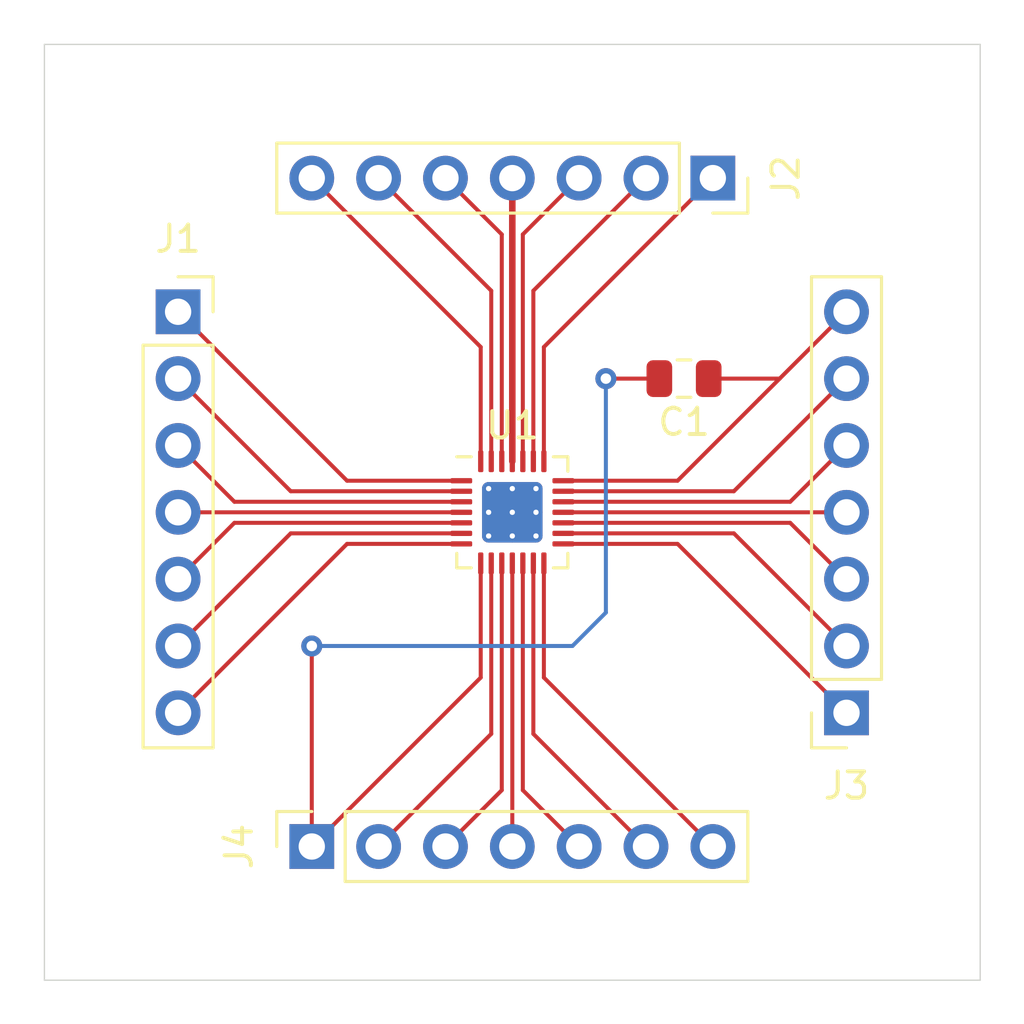
<source format=kicad_pcb>
(kicad_pcb (version 20171130) (host pcbnew 5.1.4+dfsg1-1)

  (general
    (thickness 1.6)
    (drawings 4)
    (tracks 62)
    (zones 0)
    (modules 6)
    (nets 29)
  )

  (page A4)
  (layers
    (0 F.Cu signal)
    (31 B.Cu signal)
    (32 B.Adhes user)
    (33 F.Adhes user)
    (34 B.Paste user)
    (35 F.Paste user)
    (36 B.SilkS user)
    (37 F.SilkS user)
    (38 B.Mask user)
    (39 F.Mask user)
    (40 Dwgs.User user)
    (41 Cmts.User user)
    (42 Eco1.User user)
    (43 Eco2.User user)
    (44 Edge.Cuts user)
    (45 Margin user)
    (46 B.CrtYd user)
    (47 F.CrtYd user)
    (48 B.Fab user)
    (49 F.Fab user)
  )

  (setup
    (last_trace_width 0.1524)
    (trace_clearance 0.1524)
    (zone_clearance 0.508)
    (zone_45_only no)
    (trace_min 0.1524)
    (via_size 0.8)
    (via_drill 0.4)
    (via_min_size 0.4)
    (via_min_drill 0.3)
    (uvia_size 0.3)
    (uvia_drill 0.1)
    (uvias_allowed no)
    (uvia_min_size 0.2)
    (uvia_min_drill 0.1)
    (edge_width 0.05)
    (segment_width 0.2)
    (pcb_text_width 0.3)
    (pcb_text_size 1.5 1.5)
    (mod_edge_width 0.12)
    (mod_text_size 1 1)
    (mod_text_width 0.15)
    (pad_size 1.524 1.524)
    (pad_drill 0.762)
    (pad_to_mask_clearance 0.051)
    (solder_mask_min_width 0.25)
    (aux_axis_origin 0 0)
    (visible_elements FFFFFF7F)
    (pcbplotparams
      (layerselection 0x010fc_ffffffff)
      (usegerberextensions false)
      (usegerberattributes false)
      (usegerberadvancedattributes false)
      (creategerberjobfile false)
      (excludeedgelayer true)
      (linewidth 0.100000)
      (plotframeref false)
      (viasonmask false)
      (mode 1)
      (useauxorigin false)
      (hpglpennumber 1)
      (hpglpenspeed 20)
      (hpglpendiameter 15.000000)
      (psnegative false)
      (psa4output false)
      (plotreference true)
      (plotvalue true)
      (plotinvisibletext false)
      (padsonsilk false)
      (subtractmaskfromsilk false)
      (outputformat 1)
      (mirror false)
      (drillshape 0)
      (scaleselection 1)
      (outputdirectory ""))
  )

  (net 0 "")
  (net 1 "Net-(J1-Pad7)")
  (net 2 "Net-(J1-Pad6)")
  (net 3 "Net-(J1-Pad5)")
  (net 4 "Net-(J1-Pad4)")
  (net 5 "Net-(J1-Pad3)")
  (net 6 "Net-(J1-Pad2)")
  (net 7 "Net-(J1-Pad1)")
  (net 8 "Net-(J2-Pad7)")
  (net 9 "Net-(J2-Pad6)")
  (net 10 "Net-(J2-Pad5)")
  (net 11 "Net-(J2-Pad4)")
  (net 12 "Net-(J2-Pad3)")
  (net 13 "Net-(J2-Pad2)")
  (net 14 "Net-(J2-Pad1)")
  (net 15 "Net-(J3-Pad6)")
  (net 16 "Net-(J3-Pad5)")
  (net 17 "Net-(J3-Pad4)")
  (net 18 "Net-(J3-Pad3)")
  (net 19 "Net-(J3-Pad2)")
  (net 20 "Net-(J3-Pad1)")
  (net 21 "Net-(J4-Pad7)")
  (net 22 "Net-(J4-Pad6)")
  (net 23 "Net-(J4-Pad5)")
  (net 24 "Net-(J4-Pad4)")
  (net 25 "Net-(J4-Pad3)")
  (net 26 "Net-(J4-Pad2)")
  (net 27 GNDPWR)
  (net 28 "Net-(C1-Pad1)")

  (net_class Default "Dies ist die voreingestellte Netzklasse."
    (clearance 0.1524)
    (trace_width 0.1524)
    (via_dia 0.8)
    (via_drill 0.4)
    (uvia_dia 0.3)
    (uvia_drill 0.1)
    (add_net GNDPWR)
    (add_net "Net-(C1-Pad1)")
    (add_net "Net-(J1-Pad1)")
    (add_net "Net-(J1-Pad2)")
    (add_net "Net-(J1-Pad3)")
    (add_net "Net-(J1-Pad4)")
    (add_net "Net-(J1-Pad5)")
    (add_net "Net-(J1-Pad6)")
    (add_net "Net-(J1-Pad7)")
    (add_net "Net-(J2-Pad1)")
    (add_net "Net-(J2-Pad2)")
    (add_net "Net-(J2-Pad3)")
    (add_net "Net-(J2-Pad4)")
    (add_net "Net-(J2-Pad5)")
    (add_net "Net-(J2-Pad6)")
    (add_net "Net-(J2-Pad7)")
    (add_net "Net-(J3-Pad1)")
    (add_net "Net-(J3-Pad2)")
    (add_net "Net-(J3-Pad3)")
    (add_net "Net-(J3-Pad4)")
    (add_net "Net-(J3-Pad5)")
    (add_net "Net-(J3-Pad6)")
    (add_net "Net-(J4-Pad2)")
    (add_net "Net-(J4-Pad3)")
    (add_net "Net-(J4-Pad4)")
    (add_net "Net-(J4-Pad5)")
    (add_net "Net-(J4-Pad6)")
    (add_net "Net-(J4-Pad7)")
  )

  (module Package_DFN_QFN:QFN-28-1EP_4x4mm_P0.4mm_EP2.3x2.3mm_ThermalVias (layer F.Cu) (tedit 5CF28F5D) (tstamp 5EBCD10F)
    (at 81.28 -660.4)
    (descr "QFN, 28 Pin (http://www.issi.com/WW/pdf/31FL3731.pdf#page=21), generated with kicad-footprint-generator ipc_noLead_generator.py")
    (tags "QFN NoLead")
    (path /5EBC137E)
    (attr smd)
    (fp_text reference U1 (at 0 -3.3) (layer F.SilkS)
      (effects (font (size 1 1) (thickness 0.15)))
    )
    (fp_text value MAX31790ATI+ (at 0 3.3) (layer F.Fab)
      (effects (font (size 1 1) (thickness 0.15)))
    )
    (fp_text user %R (at 0 0) (layer F.Fab)
      (effects (font (size 1 1) (thickness 0.15)))
    )
    (fp_line (start 2.6 -2.6) (end -2.6 -2.6) (layer F.CrtYd) (width 0.05))
    (fp_line (start 2.6 2.6) (end 2.6 -2.6) (layer F.CrtYd) (width 0.05))
    (fp_line (start -2.6 2.6) (end 2.6 2.6) (layer F.CrtYd) (width 0.05))
    (fp_line (start -2.6 -2.6) (end -2.6 2.6) (layer F.CrtYd) (width 0.05))
    (fp_line (start -2 -1) (end -1 -2) (layer F.Fab) (width 0.1))
    (fp_line (start -2 2) (end -2 -1) (layer F.Fab) (width 0.1))
    (fp_line (start 2 2) (end -2 2) (layer F.Fab) (width 0.1))
    (fp_line (start 2 -2) (end 2 2) (layer F.Fab) (width 0.1))
    (fp_line (start -1 -2) (end 2 -2) (layer F.Fab) (width 0.1))
    (fp_line (start -1.56 -2.11) (end -2.11 -2.11) (layer F.SilkS) (width 0.12))
    (fp_line (start 2.11 2.11) (end 2.11 1.56) (layer F.SilkS) (width 0.12))
    (fp_line (start 1.56 2.11) (end 2.11 2.11) (layer F.SilkS) (width 0.12))
    (fp_line (start -2.11 2.11) (end -2.11 1.56) (layer F.SilkS) (width 0.12))
    (fp_line (start -1.56 2.11) (end -2.11 2.11) (layer F.SilkS) (width 0.12))
    (fp_line (start 2.11 -2.11) (end 2.11 -1.56) (layer F.SilkS) (width 0.12))
    (fp_line (start 1.56 -2.11) (end 2.11 -2.11) (layer F.SilkS) (width 0.12))
    (pad 28 smd roundrect (at -1.2 -1.9375) (size 0.2 0.825) (layers F.Cu F.Paste F.Mask) (roundrect_rratio 0.25)
      (net 8 "Net-(J2-Pad7)"))
    (pad 27 smd roundrect (at -0.8 -1.9375) (size 0.2 0.825) (layers F.Cu F.Paste F.Mask) (roundrect_rratio 0.25)
      (net 9 "Net-(J2-Pad6)"))
    (pad 26 smd roundrect (at -0.4 -1.9375) (size 0.2 0.825) (layers F.Cu F.Paste F.Mask) (roundrect_rratio 0.25)
      (net 10 "Net-(J2-Pad5)"))
    (pad 25 smd roundrect (at 0 -1.9375) (size 0.2 0.825) (layers F.Cu F.Paste F.Mask) (roundrect_rratio 0.25)
      (net 11 "Net-(J2-Pad4)"))
    (pad 24 smd roundrect (at 0.4 -1.9375) (size 0.2 0.825) (layers F.Cu F.Paste F.Mask) (roundrect_rratio 0.25)
      (net 12 "Net-(J2-Pad3)"))
    (pad 23 smd roundrect (at 0.8 -1.9375) (size 0.2 0.825) (layers F.Cu F.Paste F.Mask) (roundrect_rratio 0.25)
      (net 13 "Net-(J2-Pad2)"))
    (pad 22 smd roundrect (at 1.2 -1.9375) (size 0.2 0.825) (layers F.Cu F.Paste F.Mask) (roundrect_rratio 0.25)
      (net 14 "Net-(J2-Pad1)"))
    (pad 21 smd roundrect (at 1.9375 -1.2) (size 0.825 0.2) (layers F.Cu F.Paste F.Mask) (roundrect_rratio 0.25)
      (net 28 "Net-(C1-Pad1)"))
    (pad 20 smd roundrect (at 1.9375 -0.8) (size 0.825 0.2) (layers F.Cu F.Paste F.Mask) (roundrect_rratio 0.25)
      (net 15 "Net-(J3-Pad6)"))
    (pad 19 smd roundrect (at 1.9375 -0.4) (size 0.825 0.2) (layers F.Cu F.Paste F.Mask) (roundrect_rratio 0.25)
      (net 16 "Net-(J3-Pad5)"))
    (pad 18 smd roundrect (at 1.9375 0) (size 0.825 0.2) (layers F.Cu F.Paste F.Mask) (roundrect_rratio 0.25)
      (net 17 "Net-(J3-Pad4)"))
    (pad 17 smd roundrect (at 1.9375 0.4) (size 0.825 0.2) (layers F.Cu F.Paste F.Mask) (roundrect_rratio 0.25)
      (net 18 "Net-(J3-Pad3)"))
    (pad 16 smd roundrect (at 1.9375 0.8) (size 0.825 0.2) (layers F.Cu F.Paste F.Mask) (roundrect_rratio 0.25)
      (net 19 "Net-(J3-Pad2)"))
    (pad 15 smd roundrect (at 1.9375 1.2) (size 0.825 0.2) (layers F.Cu F.Paste F.Mask) (roundrect_rratio 0.25)
      (net 20 "Net-(J3-Pad1)"))
    (pad 14 smd roundrect (at 1.2 1.9375) (size 0.2 0.825) (layers F.Cu F.Paste F.Mask) (roundrect_rratio 0.25)
      (net 21 "Net-(J4-Pad7)"))
    (pad 13 smd roundrect (at 0.8 1.9375) (size 0.2 0.825) (layers F.Cu F.Paste F.Mask) (roundrect_rratio 0.25)
      (net 22 "Net-(J4-Pad6)"))
    (pad 12 smd roundrect (at 0.4 1.9375) (size 0.2 0.825) (layers F.Cu F.Paste F.Mask) (roundrect_rratio 0.25)
      (net 23 "Net-(J4-Pad5)"))
    (pad 11 smd roundrect (at 0 1.9375) (size 0.2 0.825) (layers F.Cu F.Paste F.Mask) (roundrect_rratio 0.25)
      (net 24 "Net-(J4-Pad4)"))
    (pad 10 smd roundrect (at -0.4 1.9375) (size 0.2 0.825) (layers F.Cu F.Paste F.Mask) (roundrect_rratio 0.25)
      (net 25 "Net-(J4-Pad3)"))
    (pad 9 smd roundrect (at -0.8 1.9375) (size 0.2 0.825) (layers F.Cu F.Paste F.Mask) (roundrect_rratio 0.25)
      (net 26 "Net-(J4-Pad2)"))
    (pad 8 smd roundrect (at -1.2 1.9375) (size 0.2 0.825) (layers F.Cu F.Paste F.Mask) (roundrect_rratio 0.25)
      (net 27 GNDPWR))
    (pad 7 smd roundrect (at -1.9375 1.2) (size 0.825 0.2) (layers F.Cu F.Paste F.Mask) (roundrect_rratio 0.25)
      (net 1 "Net-(J1-Pad7)"))
    (pad 6 smd roundrect (at -1.9375 0.8) (size 0.825 0.2) (layers F.Cu F.Paste F.Mask) (roundrect_rratio 0.25)
      (net 2 "Net-(J1-Pad6)"))
    (pad 5 smd roundrect (at -1.9375 0.4) (size 0.825 0.2) (layers F.Cu F.Paste F.Mask) (roundrect_rratio 0.25)
      (net 3 "Net-(J1-Pad5)"))
    (pad 4 smd roundrect (at -1.9375 0) (size 0.825 0.2) (layers F.Cu F.Paste F.Mask) (roundrect_rratio 0.25)
      (net 4 "Net-(J1-Pad4)"))
    (pad 3 smd roundrect (at -1.9375 -0.4) (size 0.825 0.2) (layers F.Cu F.Paste F.Mask) (roundrect_rratio 0.25)
      (net 5 "Net-(J1-Pad3)"))
    (pad 2 smd roundrect (at -1.9375 -0.8) (size 0.825 0.2) (layers F.Cu F.Paste F.Mask) (roundrect_rratio 0.25)
      (net 6 "Net-(J1-Pad2)"))
    (pad 1 smd roundrect (at -1.9375 -1.2) (size 0.825 0.2) (layers F.Cu F.Paste F.Mask) (roundrect_rratio 0.25)
      (net 7 "Net-(J1-Pad1)"))
    (pad "" smd roundrect (at 0.575 0.575) (size 1 1) (layers F.Paste) (roundrect_rratio 0.25))
    (pad "" smd roundrect (at 0.575 -0.575) (size 1 1) (layers F.Paste) (roundrect_rratio 0.25))
    (pad "" smd roundrect (at -0.575 0.575) (size 1 1) (layers F.Paste) (roundrect_rratio 0.25))
    (pad "" smd roundrect (at -0.575 -0.575) (size 1 1) (layers F.Paste) (roundrect_rratio 0.25))
    (pad 29 smd roundrect (at 0 0) (size 2.3 2.3) (layers B.Cu) (roundrect_rratio 0.108696)
      (net 27 GNDPWR))
    (pad 29 thru_hole circle (at 0.9 0.9) (size 0.5 0.5) (drill 0.2) (layers *.Cu)
      (net 27 GNDPWR))
    (pad 29 thru_hole circle (at 0 0.9) (size 0.5 0.5) (drill 0.2) (layers *.Cu)
      (net 27 GNDPWR))
    (pad 29 thru_hole circle (at -0.9 0.9) (size 0.5 0.5) (drill 0.2) (layers *.Cu)
      (net 27 GNDPWR))
    (pad 29 thru_hole circle (at 0.9 0) (size 0.5 0.5) (drill 0.2) (layers *.Cu)
      (net 27 GNDPWR))
    (pad 29 thru_hole circle (at 0 0) (size 0.5 0.5) (drill 0.2) (layers *.Cu)
      (net 27 GNDPWR))
    (pad 29 thru_hole circle (at -0.9 0) (size 0.5 0.5) (drill 0.2) (layers *.Cu)
      (net 27 GNDPWR))
    (pad 29 thru_hole circle (at 0.9 -0.9) (size 0.5 0.5) (drill 0.2) (layers *.Cu)
      (net 27 GNDPWR))
    (pad 29 thru_hole circle (at 0 -0.9) (size 0.5 0.5) (drill 0.2) (layers *.Cu)
      (net 27 GNDPWR))
    (pad 29 thru_hole circle (at -0.9 -0.9) (size 0.5 0.5) (drill 0.2) (layers *.Cu)
      (net 27 GNDPWR))
    (pad 29 smd roundrect (at 0 0) (size 2.3 2.3) (layers F.Cu F.Mask) (roundrect_rratio 0.108696)
      (net 27 GNDPWR))
    (model ${KISYS3DMOD}/Package_DFN_QFN.3dshapes/QFN-28-1EP_4x4mm_P0.4mm_EP2.3x2.3mm.wrl
      (at (xyz 0 0 0))
      (scale (xyz 1 1 1))
      (rotate (xyz 0 0 0))
    )
  )

  (module Capacitor_SMD:C_0805_2012Metric (layer F.Cu) (tedit 5B36C52B) (tstamp 5EBCE8BC)
    (at 87.8055 -665.48 180)
    (descr "Capacitor SMD 0805 (2012 Metric), square (rectangular) end terminal, IPC_7351 nominal, (Body size source: https://docs.google.com/spreadsheets/d/1BsfQQcO9C6DZCsRaXUlFlo91Tg2WpOkGARC1WS5S8t0/edit?usp=sharing), generated with kicad-footprint-generator")
    (tags capacitor)
    (path /5EC1ACE1)
    (attr smd)
    (fp_text reference C1 (at 0 -1.65) (layer F.SilkS)
      (effects (font (size 1 1) (thickness 0.15)))
    )
    (fp_text value C (at 0 1.65) (layer F.Fab)
      (effects (font (size 1 1) (thickness 0.15)))
    )
    (fp_text user %R (at 0 0) (layer F.Fab)
      (effects (font (size 0.5 0.5) (thickness 0.08)))
    )
    (fp_line (start 1.68 0.95) (end -1.68 0.95) (layer F.CrtYd) (width 0.05))
    (fp_line (start 1.68 -0.95) (end 1.68 0.95) (layer F.CrtYd) (width 0.05))
    (fp_line (start -1.68 -0.95) (end 1.68 -0.95) (layer F.CrtYd) (width 0.05))
    (fp_line (start -1.68 0.95) (end -1.68 -0.95) (layer F.CrtYd) (width 0.05))
    (fp_line (start -0.258578 0.71) (end 0.258578 0.71) (layer F.SilkS) (width 0.12))
    (fp_line (start -0.258578 -0.71) (end 0.258578 -0.71) (layer F.SilkS) (width 0.12))
    (fp_line (start 1 0.6) (end -1 0.6) (layer F.Fab) (width 0.1))
    (fp_line (start 1 -0.6) (end 1 0.6) (layer F.Fab) (width 0.1))
    (fp_line (start -1 -0.6) (end 1 -0.6) (layer F.Fab) (width 0.1))
    (fp_line (start -1 0.6) (end -1 -0.6) (layer F.Fab) (width 0.1))
    (pad 2 smd roundrect (at 0.9375 0 180) (size 0.975 1.4) (layers F.Cu F.Paste F.Mask) (roundrect_rratio 0.25)
      (net 27 GNDPWR))
    (pad 1 smd roundrect (at -0.9375 0 180) (size 0.975 1.4) (layers F.Cu F.Paste F.Mask) (roundrect_rratio 0.25)
      (net 28 "Net-(C1-Pad1)"))
    (model ${KISYS3DMOD}/Capacitor_SMD.3dshapes/C_0805_2012Metric.wrl
      (at (xyz 0 0 0))
      (scale (xyz 1 1 1))
      (rotate (xyz 0 0 0))
    )
  )

  (module Connector_PinSocket_2.54mm:PinSocket_1x07_P2.54mm_Vertical (layer F.Cu) (tedit 5A19A433) (tstamp 5EBCDBF7)
    (at 73.66 -647.7 90)
    (descr "Through hole straight socket strip, 1x07, 2.54mm pitch, single row (from Kicad 4.0.7), script generated")
    (tags "Through hole socket strip THT 1x07 2.54mm single row")
    (path /5EBE0F32)
    (fp_text reference J4 (at 0 -2.77 90) (layer F.SilkS)
      (effects (font (size 1 1) (thickness 0.15)))
    )
    (fp_text value Conn_01x07_Male (at 0 18.01 90) (layer F.Fab)
      (effects (font (size 1 1) (thickness 0.15)))
    )
    (fp_text user %R (at 0 7.62) (layer F.Fab)
      (effects (font (size 1 1) (thickness 0.15)))
    )
    (fp_line (start -1.8 17) (end -1.8 -1.8) (layer F.CrtYd) (width 0.05))
    (fp_line (start 1.75 17) (end -1.8 17) (layer F.CrtYd) (width 0.05))
    (fp_line (start 1.75 -1.8) (end 1.75 17) (layer F.CrtYd) (width 0.05))
    (fp_line (start -1.8 -1.8) (end 1.75 -1.8) (layer F.CrtYd) (width 0.05))
    (fp_line (start 0 -1.33) (end 1.33 -1.33) (layer F.SilkS) (width 0.12))
    (fp_line (start 1.33 -1.33) (end 1.33 0) (layer F.SilkS) (width 0.12))
    (fp_line (start 1.33 1.27) (end 1.33 16.57) (layer F.SilkS) (width 0.12))
    (fp_line (start -1.33 16.57) (end 1.33 16.57) (layer F.SilkS) (width 0.12))
    (fp_line (start -1.33 1.27) (end -1.33 16.57) (layer F.SilkS) (width 0.12))
    (fp_line (start -1.33 1.27) (end 1.33 1.27) (layer F.SilkS) (width 0.12))
    (fp_line (start -1.27 16.51) (end -1.27 -1.27) (layer F.Fab) (width 0.1))
    (fp_line (start 1.27 16.51) (end -1.27 16.51) (layer F.Fab) (width 0.1))
    (fp_line (start 1.27 -0.635) (end 1.27 16.51) (layer F.Fab) (width 0.1))
    (fp_line (start 0.635 -1.27) (end 1.27 -0.635) (layer F.Fab) (width 0.1))
    (fp_line (start -1.27 -1.27) (end 0.635 -1.27) (layer F.Fab) (width 0.1))
    (pad 7 thru_hole oval (at 0 15.24 90) (size 1.7 1.7) (drill 1) (layers *.Cu *.Mask)
      (net 21 "Net-(J4-Pad7)"))
    (pad 6 thru_hole oval (at 0 12.7 90) (size 1.7 1.7) (drill 1) (layers *.Cu *.Mask)
      (net 22 "Net-(J4-Pad6)"))
    (pad 5 thru_hole oval (at 0 10.16 90) (size 1.7 1.7) (drill 1) (layers *.Cu *.Mask)
      (net 23 "Net-(J4-Pad5)"))
    (pad 4 thru_hole oval (at 0 7.62 90) (size 1.7 1.7) (drill 1) (layers *.Cu *.Mask)
      (net 24 "Net-(J4-Pad4)"))
    (pad 3 thru_hole oval (at 0 5.08 90) (size 1.7 1.7) (drill 1) (layers *.Cu *.Mask)
      (net 25 "Net-(J4-Pad3)"))
    (pad 2 thru_hole oval (at 0 2.54 90) (size 1.7 1.7) (drill 1) (layers *.Cu *.Mask)
      (net 26 "Net-(J4-Pad2)"))
    (pad 1 thru_hole rect (at 0 0 90) (size 1.7 1.7) (drill 1) (layers *.Cu *.Mask)
      (net 27 GNDPWR))
    (model ${KISYS3DMOD}/Connector_PinSocket_2.54mm.3dshapes/PinSocket_1x07_P2.54mm_Vertical.wrl
      (at (xyz 0 0 0))
      (scale (xyz 1 1 1))
      (rotate (xyz 0 0 0))
    )
  )

  (module Connector_PinSocket_2.54mm:PinSocket_1x07_P2.54mm_Vertical (layer F.Cu) (tedit 5A19A433) (tstamp 5EBCDDFE)
    (at 93.98 -652.78 180)
    (descr "Through hole straight socket strip, 1x07, 2.54mm pitch, single row (from Kicad 4.0.7), script generated")
    (tags "Through hole socket strip THT 1x07 2.54mm single row")
    (path /5EBED05C)
    (fp_text reference J3 (at 0 -2.77) (layer F.SilkS)
      (effects (font (size 1 1) (thickness 0.15)))
    )
    (fp_text value Conn_01x07_Male (at 0 18.01) (layer F.Fab)
      (effects (font (size 1 1) (thickness 0.15)))
    )
    (fp_text user %R (at 0 7.62 90) (layer F.Fab)
      (effects (font (size 1 1) (thickness 0.15)))
    )
    (fp_line (start -1.8 17) (end -1.8 -1.8) (layer F.CrtYd) (width 0.05))
    (fp_line (start 1.75 17) (end -1.8 17) (layer F.CrtYd) (width 0.05))
    (fp_line (start 1.75 -1.8) (end 1.75 17) (layer F.CrtYd) (width 0.05))
    (fp_line (start -1.8 -1.8) (end 1.75 -1.8) (layer F.CrtYd) (width 0.05))
    (fp_line (start 0 -1.33) (end 1.33 -1.33) (layer F.SilkS) (width 0.12))
    (fp_line (start 1.33 -1.33) (end 1.33 0) (layer F.SilkS) (width 0.12))
    (fp_line (start 1.33 1.27) (end 1.33 16.57) (layer F.SilkS) (width 0.12))
    (fp_line (start -1.33 16.57) (end 1.33 16.57) (layer F.SilkS) (width 0.12))
    (fp_line (start -1.33 1.27) (end -1.33 16.57) (layer F.SilkS) (width 0.12))
    (fp_line (start -1.33 1.27) (end 1.33 1.27) (layer F.SilkS) (width 0.12))
    (fp_line (start -1.27 16.51) (end -1.27 -1.27) (layer F.Fab) (width 0.1))
    (fp_line (start 1.27 16.51) (end -1.27 16.51) (layer F.Fab) (width 0.1))
    (fp_line (start 1.27 -0.635) (end 1.27 16.51) (layer F.Fab) (width 0.1))
    (fp_line (start 0.635 -1.27) (end 1.27 -0.635) (layer F.Fab) (width 0.1))
    (fp_line (start -1.27 -1.27) (end 0.635 -1.27) (layer F.Fab) (width 0.1))
    (pad 7 thru_hole oval (at 0 15.24 180) (size 1.7 1.7) (drill 1) (layers *.Cu *.Mask)
      (net 28 "Net-(C1-Pad1)"))
    (pad 6 thru_hole oval (at 0 12.7 180) (size 1.7 1.7) (drill 1) (layers *.Cu *.Mask)
      (net 15 "Net-(J3-Pad6)"))
    (pad 5 thru_hole oval (at 0 10.16 180) (size 1.7 1.7) (drill 1) (layers *.Cu *.Mask)
      (net 16 "Net-(J3-Pad5)"))
    (pad 4 thru_hole oval (at 0 7.62 180) (size 1.7 1.7) (drill 1) (layers *.Cu *.Mask)
      (net 17 "Net-(J3-Pad4)"))
    (pad 3 thru_hole oval (at 0 5.08 180) (size 1.7 1.7) (drill 1) (layers *.Cu *.Mask)
      (net 18 "Net-(J3-Pad3)"))
    (pad 2 thru_hole oval (at 0 2.54 180) (size 1.7 1.7) (drill 1) (layers *.Cu *.Mask)
      (net 19 "Net-(J3-Pad2)"))
    (pad 1 thru_hole rect (at 0 0 180) (size 1.7 1.7) (drill 1) (layers *.Cu *.Mask)
      (net 20 "Net-(J3-Pad1)"))
    (model ${KISYS3DMOD}/Connector_PinSocket_2.54mm.3dshapes/PinSocket_1x07_P2.54mm_Vertical.wrl
      (at (xyz 0 0 0))
      (scale (xyz 1 1 1))
      (rotate (xyz 0 0 0))
    )
  )

  (module Connector_PinSocket_2.54mm:PinSocket_1x07_P2.54mm_Vertical (layer F.Cu) (tedit 5A19A433) (tstamp 5EBCDBC1)
    (at 88.9 -673.1 270)
    (descr "Through hole straight socket strip, 1x07, 2.54mm pitch, single row (from Kicad 4.0.7), script generated")
    (tags "Through hole socket strip THT 1x07 2.54mm single row")
    (path /5EBFA333)
    (fp_text reference J2 (at 0 -2.77 90) (layer F.SilkS)
      (effects (font (size 1 1) (thickness 0.15)))
    )
    (fp_text value Conn_01x07_Male (at 0 18.01 90) (layer F.Fab)
      (effects (font (size 1 1) (thickness 0.15)))
    )
    (fp_text user %R (at 0 7.62) (layer F.Fab)
      (effects (font (size 1 1) (thickness 0.15)))
    )
    (fp_line (start -1.8 17) (end -1.8 -1.8) (layer F.CrtYd) (width 0.05))
    (fp_line (start 1.75 17) (end -1.8 17) (layer F.CrtYd) (width 0.05))
    (fp_line (start 1.75 -1.8) (end 1.75 17) (layer F.CrtYd) (width 0.05))
    (fp_line (start -1.8 -1.8) (end 1.75 -1.8) (layer F.CrtYd) (width 0.05))
    (fp_line (start 0 -1.33) (end 1.33 -1.33) (layer F.SilkS) (width 0.12))
    (fp_line (start 1.33 -1.33) (end 1.33 0) (layer F.SilkS) (width 0.12))
    (fp_line (start 1.33 1.27) (end 1.33 16.57) (layer F.SilkS) (width 0.12))
    (fp_line (start -1.33 16.57) (end 1.33 16.57) (layer F.SilkS) (width 0.12))
    (fp_line (start -1.33 1.27) (end -1.33 16.57) (layer F.SilkS) (width 0.12))
    (fp_line (start -1.33 1.27) (end 1.33 1.27) (layer F.SilkS) (width 0.12))
    (fp_line (start -1.27 16.51) (end -1.27 -1.27) (layer F.Fab) (width 0.1))
    (fp_line (start 1.27 16.51) (end -1.27 16.51) (layer F.Fab) (width 0.1))
    (fp_line (start 1.27 -0.635) (end 1.27 16.51) (layer F.Fab) (width 0.1))
    (fp_line (start 0.635 -1.27) (end 1.27 -0.635) (layer F.Fab) (width 0.1))
    (fp_line (start -1.27 -1.27) (end 0.635 -1.27) (layer F.Fab) (width 0.1))
    (pad 7 thru_hole oval (at 0 15.24 270) (size 1.7 1.7) (drill 1) (layers *.Cu *.Mask)
      (net 8 "Net-(J2-Pad7)"))
    (pad 6 thru_hole oval (at 0 12.7 270) (size 1.7 1.7) (drill 1) (layers *.Cu *.Mask)
      (net 9 "Net-(J2-Pad6)"))
    (pad 5 thru_hole oval (at 0 10.16 270) (size 1.7 1.7) (drill 1) (layers *.Cu *.Mask)
      (net 10 "Net-(J2-Pad5)"))
    (pad 4 thru_hole oval (at 0 7.62 270) (size 1.7 1.7) (drill 1) (layers *.Cu *.Mask)
      (net 11 "Net-(J2-Pad4)"))
    (pad 3 thru_hole oval (at 0 5.08 270) (size 1.7 1.7) (drill 1) (layers *.Cu *.Mask)
      (net 12 "Net-(J2-Pad3)"))
    (pad 2 thru_hole oval (at 0 2.54 270) (size 1.7 1.7) (drill 1) (layers *.Cu *.Mask)
      (net 13 "Net-(J2-Pad2)"))
    (pad 1 thru_hole rect (at 0 0 270) (size 1.7 1.7) (drill 1) (layers *.Cu *.Mask)
      (net 14 "Net-(J2-Pad1)"))
    (model ${KISYS3DMOD}/Connector_PinSocket_2.54mm.3dshapes/PinSocket_1x07_P2.54mm_Vertical.wrl
      (at (xyz 0 0 0))
      (scale (xyz 1 1 1))
      (rotate (xyz 0 0 0))
    )
  )

  (module Connector_PinSocket_2.54mm:PinSocket_1x07_P2.54mm_Vertical (layer F.Cu) (tedit 5A19A433) (tstamp 5EBCD7FC)
    (at 68.58 -668.02)
    (descr "Through hole straight socket strip, 1x07, 2.54mm pitch, single row (from Kicad 4.0.7), script generated")
    (tags "Through hole socket strip THT 1x07 2.54mm single row")
    (path /5EBC8199)
    (fp_text reference J1 (at 0 -2.77) (layer F.SilkS)
      (effects (font (size 1 1) (thickness 0.15)))
    )
    (fp_text value Conn_01x07_Male (at 0 18.01) (layer F.Fab)
      (effects (font (size 1 1) (thickness 0.15)))
    )
    (fp_text user %R (at 0 7.62 90) (layer F.Fab)
      (effects (font (size 1 1) (thickness 0.15)))
    )
    (fp_line (start -1.8 17) (end -1.8 -1.8) (layer F.CrtYd) (width 0.05))
    (fp_line (start 1.75 17) (end -1.8 17) (layer F.CrtYd) (width 0.05))
    (fp_line (start 1.75 -1.8) (end 1.75 17) (layer F.CrtYd) (width 0.05))
    (fp_line (start -1.8 -1.8) (end 1.75 -1.8) (layer F.CrtYd) (width 0.05))
    (fp_line (start 0 -1.33) (end 1.33 -1.33) (layer F.SilkS) (width 0.12))
    (fp_line (start 1.33 -1.33) (end 1.33 0) (layer F.SilkS) (width 0.12))
    (fp_line (start 1.33 1.27) (end 1.33 16.57) (layer F.SilkS) (width 0.12))
    (fp_line (start -1.33 16.57) (end 1.33 16.57) (layer F.SilkS) (width 0.12))
    (fp_line (start -1.33 1.27) (end -1.33 16.57) (layer F.SilkS) (width 0.12))
    (fp_line (start -1.33 1.27) (end 1.33 1.27) (layer F.SilkS) (width 0.12))
    (fp_line (start -1.27 16.51) (end -1.27 -1.27) (layer F.Fab) (width 0.1))
    (fp_line (start 1.27 16.51) (end -1.27 16.51) (layer F.Fab) (width 0.1))
    (fp_line (start 1.27 -0.635) (end 1.27 16.51) (layer F.Fab) (width 0.1))
    (fp_line (start 0.635 -1.27) (end 1.27 -0.635) (layer F.Fab) (width 0.1))
    (fp_line (start -1.27 -1.27) (end 0.635 -1.27) (layer F.Fab) (width 0.1))
    (pad 7 thru_hole oval (at 0 15.24) (size 1.7 1.7) (drill 1) (layers *.Cu *.Mask)
      (net 1 "Net-(J1-Pad7)"))
    (pad 6 thru_hole oval (at 0 12.7) (size 1.7 1.7) (drill 1) (layers *.Cu *.Mask)
      (net 2 "Net-(J1-Pad6)"))
    (pad 5 thru_hole oval (at 0 10.16) (size 1.7 1.7) (drill 1) (layers *.Cu *.Mask)
      (net 3 "Net-(J1-Pad5)"))
    (pad 4 thru_hole oval (at 0 7.62) (size 1.7 1.7) (drill 1) (layers *.Cu *.Mask)
      (net 4 "Net-(J1-Pad4)"))
    (pad 3 thru_hole oval (at 0 5.08) (size 1.7 1.7) (drill 1) (layers *.Cu *.Mask)
      (net 5 "Net-(J1-Pad3)"))
    (pad 2 thru_hole oval (at 0 2.54) (size 1.7 1.7) (drill 1) (layers *.Cu *.Mask)
      (net 6 "Net-(J1-Pad2)"))
    (pad 1 thru_hole rect (at 0 0) (size 1.7 1.7) (drill 1) (layers *.Cu *.Mask)
      (net 7 "Net-(J1-Pad1)"))
    (model ${KISYS3DMOD}/Connector_PinSocket_2.54mm.3dshapes/PinSocket_1x07_P2.54mm_Vertical.wrl
      (at (xyz 0 0 0))
      (scale (xyz 1 1 1))
      (rotate (xyz 0 0 0))
    )
  )

  (gr_line (start 63.5 -642.62) (end 99.06 -642.62) (layer Edge.Cuts) (width 0.05) (tstamp 5EBD1B72))
  (gr_line (start 63.5 -678.18) (end 63.5 -642.62) (layer Edge.Cuts) (width 0.05))
  (gr_line (start 99.06 -678.18) (end 63.5 -678.18) (layer Edge.Cuts) (width 0.05))
  (gr_line (start 99.06 -678.18) (end 99.06 -642.62) (layer Edge.Cuts) (width 0.05))

  (segment (start 75 -659.2) (end 68.58 -652.78) (width 0.1524) (layer F.Cu) (net 1))
  (segment (start 79.3425 -659.2) (end 75 -659.2) (width 0.1524) (layer F.Cu) (net 1))
  (segment (start 72.86 -659.6) (end 68.58 -655.32) (width 0.1524) (layer F.Cu) (net 2))
  (segment (start 79.3425 -659.6) (end 72.86 -659.6) (width 0.1524) (layer F.Cu) (net 2))
  (segment (start 70.72 -660) (end 68.58 -657.86) (width 0.1524) (layer F.Cu) (net 3))
  (segment (start 79.3425 -660) (end 70.72 -660) (width 0.1524) (layer F.Cu) (net 3))
  (segment (start 79.3425 -660.4) (end 68.58 -660.4) (width 0.1524) (layer F.Cu) (net 4))
  (segment (start 70.72 -660.8) (end 68.58 -662.94) (width 0.1524) (layer F.Cu) (net 5))
  (segment (start 79.3425 -660.8) (end 70.72 -660.8) (width 0.1524) (layer F.Cu) (net 5))
  (segment (start 72.86 -661.2) (end 68.58 -665.48) (width 0.1524) (layer F.Cu) (net 6))
  (segment (start 79.3425 -661.2) (end 72.86 -661.2) (width 0.1524) (layer F.Cu) (net 6))
  (segment (start 75 -661.6) (end 68.58 -668.02) (width 0.1524) (layer F.Cu) (net 7))
  (segment (start 79.3425 -661.6) (end 75 -661.6) (width 0.1524) (layer F.Cu) (net 7))
  (segment (start 80.08 -666.68) (end 73.66 -673.1) (width 0.1524) (layer F.Cu) (net 8))
  (segment (start 80.08 -662.3375) (end 80.08 -666.68) (width 0.1524) (layer F.Cu) (net 8))
  (segment (start 80.48 -668.82) (end 76.2 -673.1) (width 0.1524) (layer F.Cu) (net 9))
  (segment (start 80.48 -662.3375) (end 80.48 -668.82) (width 0.1524) (layer F.Cu) (net 9))
  (segment (start 80.88 -670.96) (end 78.74 -673.1) (width 0.1524) (layer F.Cu) (net 10))
  (segment (start 80.88 -662.3375) (end 80.88 -670.96) (width 0.1524) (layer F.Cu) (net 10))
  (segment (start 81.28 -662.3375) (end 81.28 -673.1) (width 0.25) (layer F.Cu) (net 11))
  (segment (start 81.68 -670.96) (end 83.82 -673.1) (width 0.1524) (layer F.Cu) (net 12))
  (segment (start 81.68 -662.3375) (end 81.68 -670.96) (width 0.1524) (layer F.Cu) (net 12))
  (segment (start 82.08 -668.82) (end 86.36 -673.1) (width 0.1524) (layer F.Cu) (net 13))
  (segment (start 82.08 -662.3375) (end 82.08 -668.82) (width 0.1524) (layer F.Cu) (net 13))
  (segment (start 82.48 -666.68) (end 88.9 -673.1) (width 0.1524) (layer F.Cu) (net 14))
  (segment (start 82.48 -662.3375) (end 82.48 -666.68) (width 0.1524) (layer F.Cu) (net 14))
  (segment (start 89.7 -661.2) (end 93.98 -665.48) (width 0.1524) (layer F.Cu) (net 15))
  (segment (start 83.2175 -661.2) (end 89.7 -661.2) (width 0.1524) (layer F.Cu) (net 15))
  (segment (start 91.84 -660.8) (end 93.98 -662.94) (width 0.1524) (layer F.Cu) (net 16))
  (segment (start 83.2175 -660.8) (end 91.84 -660.8) (width 0.1524) (layer F.Cu) (net 16))
  (segment (start 83.2175 -660.4) (end 93.98 -660.4) (width 0.1524) (layer F.Cu) (net 17))
  (segment (start 91.84 -660) (end 93.98 -657.86) (width 0.1524) (layer F.Cu) (net 18))
  (segment (start 83.2175 -660) (end 91.84 -660) (width 0.1524) (layer F.Cu) (net 18))
  (segment (start 89.7 -659.6) (end 93.98 -655.32) (width 0.1524) (layer F.Cu) (net 19))
  (segment (start 83.2175 -659.6) (end 89.7 -659.6) (width 0.1524) (layer F.Cu) (net 19))
  (segment (start 87.56 -659.2) (end 93.98 -652.78) (width 0.1524) (layer F.Cu) (net 20))
  (segment (start 83.2175 -659.2) (end 87.56 -659.2) (width 0.1524) (layer F.Cu) (net 20))
  (segment (start 82.48 -654.12) (end 88.9 -647.7) (width 0.1524) (layer F.Cu) (net 21))
  (segment (start 82.48 -658.4625) (end 82.48 -654.12) (width 0.1524) (layer F.Cu) (net 21))
  (segment (start 82.08 -651.98) (end 86.36 -647.7) (width 0.1524) (layer F.Cu) (net 22))
  (segment (start 82.08 -658.4625) (end 82.08 -651.98) (width 0.1524) (layer F.Cu) (net 22))
  (segment (start 81.68 -658.4625) (end 81.68 -649.84) (width 0.1524) (layer F.Cu) (net 23))
  (segment (start 81.68 -649.84) (end 83.82 -647.7) (width 0.1524) (layer F.Cu) (net 23))
  (segment (start 81.28 -658.4625) (end 81.28 -647.7) (width 0.1524) (layer F.Cu) (net 24))
  (segment (start 80.88 -658.4625) (end 80.88 -649.84) (width 0.1524) (layer F.Cu) (net 25))
  (segment (start 80.88 -649.84) (end 78.74 -647.7) (width 0.1524) (layer F.Cu) (net 25))
  (segment (start 80.48 -651.98) (end 76.2 -647.7) (width 0.1524) (layer F.Cu) (net 26))
  (segment (start 80.48 -658.4625) (end 80.48 -651.98) (width 0.1524) (layer F.Cu) (net 26))
  (via (at 84.836 -665.48) (size 0.8) (drill 0.4) (layers F.Cu B.Cu) (net 27))
  (via (at 73.66 -655.32) (size 0.8) (drill 0.4) (layers F.Cu B.Cu) (net 27))
  (segment (start 80.08 -658.4625) (end 80.08 -654.12) (width 0.1524) (layer F.Cu) (net 27))
  (segment (start 86.868 -665.48) (end 84.836 -665.48) (width 0.1524) (layer F.Cu) (net 27))
  (segment (start 80.08 -654.12) (end 76.454 -650.494) (width 0.1524) (layer F.Cu) (net 27))
  (segment (start 76.454 -650.494) (end 73.66 -647.7) (width 0.1524) (layer F.Cu) (net 27))
  (segment (start 84.836 -665.48) (end 84.836 -656.59) (width 0.1524) (layer B.Cu) (net 27))
  (segment (start 83.566 -655.32) (end 73.66 -655.32) (width 0.1524) (layer B.Cu) (net 27))
  (segment (start 84.836 -656.59) (end 83.566 -655.32) (width 0.1524) (layer B.Cu) (net 27))
  (segment (start 73.66 -655.32) (end 73.66 -647.7) (width 0.1524) (layer F.Cu) (net 27))
  (segment (start 83.2175 -661.6) (end 87.56 -661.6) (width 0.1524) (layer F.Cu) (net 28))
  (segment (start 93.98 -668.02) (end 90.678 -664.718) (width 0.1524) (layer F.Cu) (net 28))
  (segment (start 90.678 -664.718) (end 87.56 -661.6) (width 0.1524) (layer F.Cu) (net 28))
  (segment (start 88.743 -665.48) (end 91.44 -665.48) (width 0.1524) (layer F.Cu) (net 28))

)

</source>
